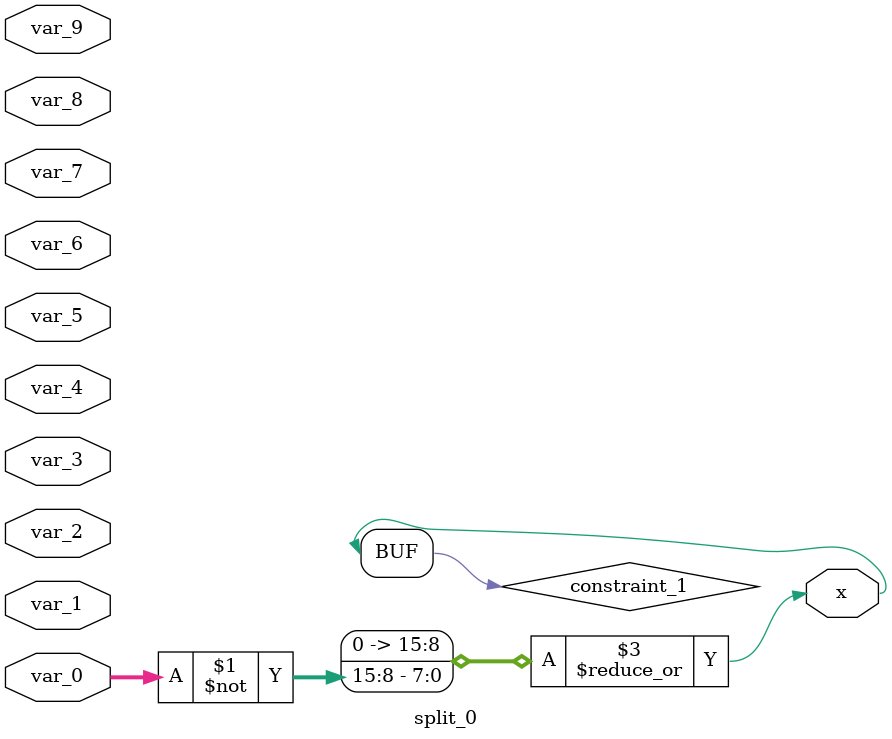
<source format=v>
module split_0(var_0, var_1, var_2, var_3, var_4, var_5, var_6, var_7, var_8, var_9, x);
    input [15:0] var_0;
    input [21:0] var_1;
    input [3:0] var_2;
    input [27:0] var_3;
    input [18:0] var_4;
    input [17:0] var_5;
    input [18:0] var_6;
    input [13:0] var_7;
    input [15:0] var_8;
    input [28:0] var_9;
    output wire x;

    wire constraint_1;

    assign constraint_1 = |(((~(var_0)) >> 16'h8));
    assign x = constraint_1;
endmodule

</source>
